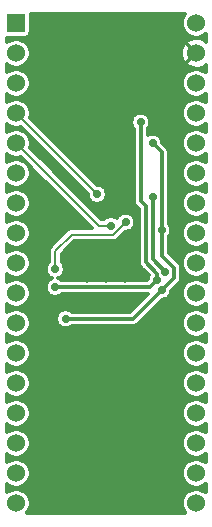
<source format=gtl>
%TF.GenerationSoftware,KiCad,Pcbnew,5.1.8*%
%TF.CreationDate,2020-11-13T01:17:43+03:00*%
%TF.ProjectId,leech,6c656563-682e-46b6-9963-61645f706362,rev?*%
%TF.SameCoordinates,Original*%
%TF.FileFunction,Copper,L1,Top*%
%TF.FilePolarity,Positive*%
%FSLAX46Y46*%
G04 Gerber Fmt 4.6, Leading zero omitted, Abs format (unit mm)*
G04 Created by KiCad (PCBNEW 5.1.8) date 2020-11-13 01:17:43*
%MOMM*%
%LPD*%
G01*
G04 APERTURE LIST*
%TA.AperFunction,ComponentPad*%
%ADD10C,0.800000*%
%TD*%
%TA.AperFunction,ComponentPad*%
%ADD11C,1.524000*%
%TD*%
%TA.AperFunction,ComponentPad*%
%ADD12R,1.524000X1.524000*%
%TD*%
%TA.AperFunction,ViaPad*%
%ADD13C,0.700000*%
%TD*%
%TA.AperFunction,Conductor*%
%ADD14C,0.300000*%
%TD*%
%TA.AperFunction,Conductor*%
%ADD15C,0.200000*%
%TD*%
%TA.AperFunction,Conductor*%
%ADD16C,0.100000*%
%TD*%
G04 APERTURE END LIST*
D10*
%TO.P,U1,EP*%
%TO.N,GND*%
X34620000Y-45390000D03*
X34620000Y-46990000D03*
X34620000Y-48590000D03*
X33020000Y-45390000D03*
X33020000Y-46990000D03*
X33020000Y-48590000D03*
X31420000Y-45390000D03*
X31420000Y-46990000D03*
X31420000Y-48590000D03*
%TD*%
D11*
%TO.P,CN1,40*%
%TO.N,Net-(CN1-Pad40)*%
X40640000Y-25400000D03*
%TO.P,CN1,39*%
%TO.N,GND*%
X40640000Y-27940000D03*
%TO.P,CN1,38*%
%TO.N,/PILL_3V3*%
X40640000Y-30480000D03*
%TO.P,CN1,37*%
%TO.N,/IO18*%
X40640000Y-33020000D03*
%TO.P,CN1,36*%
%TO.N,/CRESET*%
X40640000Y-35560000D03*
%TO.P,CN1,35*%
%TO.N,/IO25*%
X40640000Y-38100000D03*
%TO.P,CN1,34*%
%TO.N,/IO26*%
X40640000Y-40640000D03*
%TO.P,CN1,33*%
%TO.N,/IO27*%
X40640000Y-43180000D03*
%TO.P,CN1,32*%
%TO.N,/IO28*%
X40640000Y-45720000D03*
%TO.P,CN1,31*%
%TO.N,/IO34*%
X40640000Y-48260000D03*
%TO.P,CN1,30*%
%TO.N,/IO35*%
X40640000Y-50800000D03*
%TO.P,CN1,29*%
%TO.N,/IO36*%
X40640000Y-53340000D03*
%TO.P,CN1,28*%
%TO.N,/IO37*%
X40640000Y-55880000D03*
%TO.P,CN1,27*%
%TO.N,/IO38*%
X40640000Y-58420000D03*
%TO.P,CN1,26*%
%TO.N,/IO42*%
X40640000Y-60960000D03*
%TO.P,CN1,25*%
%TO.N,/IO43*%
X40640000Y-63500000D03*
%TO.P,CN1,24*%
%TO.N,Net-(CN1-Pad24)*%
X40640000Y-66040000D03*
%TO.P,CN1,17*%
%TO.N,/IO44*%
X25400000Y-66040000D03*
%TO.P,CN1,16*%
%TO.N,/IO45*%
X25400000Y-63500000D03*
%TO.P,CN1,15*%
%TO.N,/IO46*%
X25400000Y-60960000D03*
%TO.P,CN1,14*%
%TO.N,/IO47*%
X25400000Y-58420000D03*
%TO.P,CN1,13*%
%TO.N,/IO48*%
X25400000Y-55880000D03*
%TO.P,CN1,12*%
%TO.N,/IO2*%
X25400000Y-53340000D03*
%TO.P,CN1,11*%
%TO.N,/IO3*%
X25400000Y-50800000D03*
%TO.P,CN1,10*%
%TO.N,/IO6*%
X25400000Y-48260000D03*
%TO.P,CN1,9*%
%TO.N,/IO10*%
X25400000Y-45720000D03*
%TO.P,CN1,8*%
%TO.N,/IO11*%
X25400000Y-43180000D03*
%TO.P,CN1,7*%
%TO.N,/IO12*%
X25400000Y-40640000D03*
%TO.P,CN1,6*%
%TO.N,/IO13*%
X25400000Y-38100000D03*
%TO.P,CN1,5*%
%TO.N,/CLK*%
X25400000Y-35560000D03*
%TO.P,CN1,4*%
%TO.N,/ICE_SI*%
X25400000Y-33020000D03*
%TO.P,CN1,3*%
%TO.N,/ICE_SO*%
X25400000Y-30480000D03*
%TO.P,CN1,2*%
%TO.N,/ICE_SCK*%
X25400000Y-27940000D03*
D12*
%TO.P,CN1,1*%
%TO.N,/ICE_SS*%
X25400000Y-25400000D03*
%TD*%
D13*
%TO.N,GND*%
X31623000Y-32385000D03*
X33274000Y-38227000D03*
X33528000Y-29591000D03*
X33401000Y-26035000D03*
%TO.N,/ICE_1V2*%
X37338000Y-47117000D03*
X35941000Y-33782000D03*
X28702000Y-47752000D03*
%TO.N,/ICE_VCCPLL*%
X36957000Y-40132000D03*
X38036500Y-46418500D03*
%TO.N,/ICE_3V3*%
X29591000Y-50419000D03*
X37719000Y-48006000D03*
X37719000Y-42926000D03*
X36957000Y-35560000D03*
%TO.N,/CRESET*%
X34671000Y-42240200D03*
X28702000Y-46228000D03*
%TO.N,/CLK*%
X33426400Y-42545000D03*
%TO.N,/ICE_SI*%
X32258000Y-39878000D03*
%TD*%
D14*
%TO.N,/ICE_1V2*%
X37338000Y-46609000D02*
X37338000Y-47117000D01*
X36372800Y-45643800D02*
X37338000Y-46609000D01*
X36372800Y-40894000D02*
X36372800Y-45643800D01*
X35941000Y-40462200D02*
X36372800Y-40894000D01*
X35941000Y-33782000D02*
X35941000Y-40462200D01*
X36703000Y-47752000D02*
X37338000Y-47117000D01*
X28702000Y-47752000D02*
X36703000Y-47752000D01*
%TO.N,/ICE_VCCPLL*%
X36957000Y-45339000D02*
X36957000Y-40132000D01*
X38036500Y-46418500D02*
X36957000Y-45339000D01*
%TO.N,/ICE_3V3*%
X35306000Y-50419000D02*
X37719000Y-48006000D01*
X29591000Y-50419000D02*
X35306000Y-50419000D01*
X37719000Y-36322000D02*
X37719000Y-42926000D01*
X36957000Y-35560000D02*
X37719000Y-36322000D01*
X38735000Y-46990000D02*
X37719000Y-48006000D01*
X38760400Y-46964600D02*
X38735000Y-46990000D01*
X38760400Y-46126400D02*
X38760400Y-46964600D01*
X37719000Y-45085000D02*
X38760400Y-46126400D01*
X37719000Y-42926000D02*
X37719000Y-45085000D01*
D15*
%TO.N,/CRESET*%
X33604200Y-43307000D02*
X34671000Y-42240200D01*
X30099000Y-43307000D02*
X33604200Y-43307000D01*
X28702000Y-44704000D02*
X30099000Y-43307000D01*
X28702000Y-46228000D02*
X28702000Y-44704000D01*
%TO.N,/CLK*%
X27305000Y-37465000D02*
X25400000Y-35560000D01*
X33426400Y-42545000D02*
X32385000Y-42545000D01*
X32385000Y-42545000D02*
X27305000Y-37465000D01*
%TO.N,/ICE_SI*%
X32258000Y-39878000D02*
X25400000Y-33020000D01*
%TD*%
D14*
%TO.N,GND*%
X39698578Y-24627395D02*
X39565940Y-24825903D01*
X39474577Y-25046473D01*
X39428000Y-25280628D01*
X39428000Y-25519372D01*
X39474577Y-25753527D01*
X39565940Y-25974097D01*
X39698578Y-26172605D01*
X39867395Y-26341422D01*
X40065903Y-26474060D01*
X40286473Y-26565423D01*
X40520628Y-26612000D01*
X40759372Y-26612000D01*
X40993527Y-26565423D01*
X41214097Y-26474060D01*
X41412605Y-26341422D01*
X41435000Y-26319027D01*
X41435000Y-26962554D01*
X41410855Y-26870502D01*
X41187395Y-26740666D01*
X40942899Y-26656919D01*
X40686762Y-26622480D01*
X40428828Y-26638673D01*
X40179010Y-26704875D01*
X39946907Y-26818543D01*
X39869145Y-26870502D01*
X39808558Y-27101487D01*
X40640000Y-27932929D01*
X40654143Y-27918787D01*
X40661214Y-27925858D01*
X40647071Y-27940000D01*
X40661214Y-27954143D01*
X40654143Y-27961214D01*
X40640000Y-27947071D01*
X39808558Y-28778513D01*
X39869145Y-29009498D01*
X40092605Y-29139334D01*
X40337101Y-29223081D01*
X40593238Y-29257520D01*
X40851172Y-29241327D01*
X41100990Y-29175125D01*
X41333093Y-29061457D01*
X41410855Y-29009498D01*
X41435000Y-28917446D01*
X41435000Y-29560973D01*
X41412605Y-29538578D01*
X41214097Y-29405940D01*
X40993527Y-29314577D01*
X40759372Y-29268000D01*
X40520628Y-29268000D01*
X40286473Y-29314577D01*
X40065903Y-29405940D01*
X39867395Y-29538578D01*
X39698578Y-29707395D01*
X39565940Y-29905903D01*
X39474577Y-30126473D01*
X39428000Y-30360628D01*
X39428000Y-30599372D01*
X39474577Y-30833527D01*
X39565940Y-31054097D01*
X39698578Y-31252605D01*
X39867395Y-31421422D01*
X40065903Y-31554060D01*
X40286473Y-31645423D01*
X40520628Y-31692000D01*
X40759372Y-31692000D01*
X40993527Y-31645423D01*
X41214097Y-31554060D01*
X41412605Y-31421422D01*
X41435000Y-31399027D01*
X41435000Y-32100973D01*
X41412605Y-32078578D01*
X41214097Y-31945940D01*
X40993527Y-31854577D01*
X40759372Y-31808000D01*
X40520628Y-31808000D01*
X40286473Y-31854577D01*
X40065903Y-31945940D01*
X39867395Y-32078578D01*
X39698578Y-32247395D01*
X39565940Y-32445903D01*
X39474577Y-32666473D01*
X39428000Y-32900628D01*
X39428000Y-33139372D01*
X39474577Y-33373527D01*
X39565940Y-33594097D01*
X39698578Y-33792605D01*
X39867395Y-33961422D01*
X40065903Y-34094060D01*
X40286473Y-34185423D01*
X40520628Y-34232000D01*
X40759372Y-34232000D01*
X40993527Y-34185423D01*
X41214097Y-34094060D01*
X41412605Y-33961422D01*
X41435000Y-33939027D01*
X41435000Y-34640973D01*
X41412605Y-34618578D01*
X41214097Y-34485940D01*
X40993527Y-34394577D01*
X40759372Y-34348000D01*
X40520628Y-34348000D01*
X40286473Y-34394577D01*
X40065903Y-34485940D01*
X39867395Y-34618578D01*
X39698578Y-34787395D01*
X39565940Y-34985903D01*
X39474577Y-35206473D01*
X39428000Y-35440628D01*
X39428000Y-35679372D01*
X39474577Y-35913527D01*
X39565940Y-36134097D01*
X39698578Y-36332605D01*
X39867395Y-36501422D01*
X40065903Y-36634060D01*
X40286473Y-36725423D01*
X40520628Y-36772000D01*
X40759372Y-36772000D01*
X40993527Y-36725423D01*
X41214097Y-36634060D01*
X41412605Y-36501422D01*
X41435000Y-36479027D01*
X41435000Y-37180973D01*
X41412605Y-37158578D01*
X41214097Y-37025940D01*
X40993527Y-36934577D01*
X40759372Y-36888000D01*
X40520628Y-36888000D01*
X40286473Y-36934577D01*
X40065903Y-37025940D01*
X39867395Y-37158578D01*
X39698578Y-37327395D01*
X39565940Y-37525903D01*
X39474577Y-37746473D01*
X39428000Y-37980628D01*
X39428000Y-38219372D01*
X39474577Y-38453527D01*
X39565940Y-38674097D01*
X39698578Y-38872605D01*
X39867395Y-39041422D01*
X40065903Y-39174060D01*
X40286473Y-39265423D01*
X40520628Y-39312000D01*
X40759372Y-39312000D01*
X40993527Y-39265423D01*
X41214097Y-39174060D01*
X41412605Y-39041422D01*
X41435000Y-39019027D01*
X41435000Y-39720973D01*
X41412605Y-39698578D01*
X41214097Y-39565940D01*
X40993527Y-39474577D01*
X40759372Y-39428000D01*
X40520628Y-39428000D01*
X40286473Y-39474577D01*
X40065903Y-39565940D01*
X39867395Y-39698578D01*
X39698578Y-39867395D01*
X39565940Y-40065903D01*
X39474577Y-40286473D01*
X39428000Y-40520628D01*
X39428000Y-40759372D01*
X39474577Y-40993527D01*
X39565940Y-41214097D01*
X39698578Y-41412605D01*
X39867395Y-41581422D01*
X40065903Y-41714060D01*
X40286473Y-41805423D01*
X40520628Y-41852000D01*
X40759372Y-41852000D01*
X40993527Y-41805423D01*
X41214097Y-41714060D01*
X41412605Y-41581422D01*
X41435000Y-41559027D01*
X41435000Y-42260973D01*
X41412605Y-42238578D01*
X41214097Y-42105940D01*
X40993527Y-42014577D01*
X40759372Y-41968000D01*
X40520628Y-41968000D01*
X40286473Y-42014577D01*
X40065903Y-42105940D01*
X39867395Y-42238578D01*
X39698578Y-42407395D01*
X39565940Y-42605903D01*
X39474577Y-42826473D01*
X39428000Y-43060628D01*
X39428000Y-43299372D01*
X39474577Y-43533527D01*
X39565940Y-43754097D01*
X39698578Y-43952605D01*
X39867395Y-44121422D01*
X40065903Y-44254060D01*
X40286473Y-44345423D01*
X40520628Y-44392000D01*
X40759372Y-44392000D01*
X40993527Y-44345423D01*
X41214097Y-44254060D01*
X41412605Y-44121422D01*
X41435000Y-44099027D01*
X41435000Y-44800973D01*
X41412605Y-44778578D01*
X41214097Y-44645940D01*
X40993527Y-44554577D01*
X40759372Y-44508000D01*
X40520628Y-44508000D01*
X40286473Y-44554577D01*
X40065903Y-44645940D01*
X39867395Y-44778578D01*
X39698578Y-44947395D01*
X39565940Y-45145903D01*
X39474577Y-45366473D01*
X39428000Y-45600628D01*
X39428000Y-45839372D01*
X39474577Y-46073527D01*
X39565940Y-46294097D01*
X39698578Y-46492605D01*
X39867395Y-46661422D01*
X40065903Y-46794060D01*
X40286473Y-46885423D01*
X40520628Y-46932000D01*
X40759372Y-46932000D01*
X40993527Y-46885423D01*
X41214097Y-46794060D01*
X41412605Y-46661422D01*
X41435001Y-46639026D01*
X41435001Y-47340974D01*
X41412605Y-47318578D01*
X41214097Y-47185940D01*
X40993527Y-47094577D01*
X40759372Y-47048000D01*
X40520628Y-47048000D01*
X40286473Y-47094577D01*
X40065903Y-47185940D01*
X39867395Y-47318578D01*
X39698578Y-47487395D01*
X39565940Y-47685903D01*
X39474577Y-47906473D01*
X39428000Y-48140628D01*
X39428000Y-48379372D01*
X39474577Y-48613527D01*
X39565940Y-48834097D01*
X39698578Y-49032605D01*
X39867395Y-49201422D01*
X40065903Y-49334060D01*
X40286473Y-49425423D01*
X40520628Y-49472000D01*
X40759372Y-49472000D01*
X40993527Y-49425423D01*
X41214097Y-49334060D01*
X41412605Y-49201422D01*
X41435001Y-49179026D01*
X41435001Y-49880974D01*
X41412605Y-49858578D01*
X41214097Y-49725940D01*
X40993527Y-49634577D01*
X40759372Y-49588000D01*
X40520628Y-49588000D01*
X40286473Y-49634577D01*
X40065903Y-49725940D01*
X39867395Y-49858578D01*
X39698578Y-50027395D01*
X39565940Y-50225903D01*
X39474577Y-50446473D01*
X39428000Y-50680628D01*
X39428000Y-50919372D01*
X39474577Y-51153527D01*
X39565940Y-51374097D01*
X39698578Y-51572605D01*
X39867395Y-51741422D01*
X40065903Y-51874060D01*
X40286473Y-51965423D01*
X40520628Y-52012000D01*
X40759372Y-52012000D01*
X40993527Y-51965423D01*
X41214097Y-51874060D01*
X41412605Y-51741422D01*
X41435001Y-51719026D01*
X41435001Y-52420974D01*
X41412605Y-52398578D01*
X41214097Y-52265940D01*
X40993527Y-52174577D01*
X40759372Y-52128000D01*
X40520628Y-52128000D01*
X40286473Y-52174577D01*
X40065903Y-52265940D01*
X39867395Y-52398578D01*
X39698578Y-52567395D01*
X39565940Y-52765903D01*
X39474577Y-52986473D01*
X39428000Y-53220628D01*
X39428000Y-53459372D01*
X39474577Y-53693527D01*
X39565940Y-53914097D01*
X39698578Y-54112605D01*
X39867395Y-54281422D01*
X40065903Y-54414060D01*
X40286473Y-54505423D01*
X40520628Y-54552000D01*
X40759372Y-54552000D01*
X40993527Y-54505423D01*
X41214097Y-54414060D01*
X41412605Y-54281422D01*
X41435001Y-54259026D01*
X41435001Y-54960974D01*
X41412605Y-54938578D01*
X41214097Y-54805940D01*
X40993527Y-54714577D01*
X40759372Y-54668000D01*
X40520628Y-54668000D01*
X40286473Y-54714577D01*
X40065903Y-54805940D01*
X39867395Y-54938578D01*
X39698578Y-55107395D01*
X39565940Y-55305903D01*
X39474577Y-55526473D01*
X39428000Y-55760628D01*
X39428000Y-55999372D01*
X39474577Y-56233527D01*
X39565940Y-56454097D01*
X39698578Y-56652605D01*
X39867395Y-56821422D01*
X40065903Y-56954060D01*
X40286473Y-57045423D01*
X40520628Y-57092000D01*
X40759372Y-57092000D01*
X40993527Y-57045423D01*
X41214097Y-56954060D01*
X41412605Y-56821422D01*
X41435001Y-56799026D01*
X41435001Y-57500974D01*
X41412605Y-57478578D01*
X41214097Y-57345940D01*
X40993527Y-57254577D01*
X40759372Y-57208000D01*
X40520628Y-57208000D01*
X40286473Y-57254577D01*
X40065903Y-57345940D01*
X39867395Y-57478578D01*
X39698578Y-57647395D01*
X39565940Y-57845903D01*
X39474577Y-58066473D01*
X39428000Y-58300628D01*
X39428000Y-58539372D01*
X39474577Y-58773527D01*
X39565940Y-58994097D01*
X39698578Y-59192605D01*
X39867395Y-59361422D01*
X40065903Y-59494060D01*
X40286473Y-59585423D01*
X40520628Y-59632000D01*
X40759372Y-59632000D01*
X40993527Y-59585423D01*
X41214097Y-59494060D01*
X41412605Y-59361422D01*
X41435001Y-59339026D01*
X41435001Y-60040974D01*
X41412605Y-60018578D01*
X41214097Y-59885940D01*
X40993527Y-59794577D01*
X40759372Y-59748000D01*
X40520628Y-59748000D01*
X40286473Y-59794577D01*
X40065903Y-59885940D01*
X39867395Y-60018578D01*
X39698578Y-60187395D01*
X39565940Y-60385903D01*
X39474577Y-60606473D01*
X39428000Y-60840628D01*
X39428000Y-61079372D01*
X39474577Y-61313527D01*
X39565940Y-61534097D01*
X39698578Y-61732605D01*
X39867395Y-61901422D01*
X40065903Y-62034060D01*
X40286473Y-62125423D01*
X40520628Y-62172000D01*
X40759372Y-62172000D01*
X40993527Y-62125423D01*
X41214097Y-62034060D01*
X41412605Y-61901422D01*
X41435001Y-61879026D01*
X41435001Y-62580974D01*
X41412605Y-62558578D01*
X41214097Y-62425940D01*
X40993527Y-62334577D01*
X40759372Y-62288000D01*
X40520628Y-62288000D01*
X40286473Y-62334577D01*
X40065903Y-62425940D01*
X39867395Y-62558578D01*
X39698578Y-62727395D01*
X39565940Y-62925903D01*
X39474577Y-63146473D01*
X39428000Y-63380628D01*
X39428000Y-63619372D01*
X39474577Y-63853527D01*
X39565940Y-64074097D01*
X39698578Y-64272605D01*
X39867395Y-64441422D01*
X40065903Y-64574060D01*
X40286473Y-64665423D01*
X40520628Y-64712000D01*
X40759372Y-64712000D01*
X40993527Y-64665423D01*
X41214097Y-64574060D01*
X41412605Y-64441422D01*
X41435001Y-64419026D01*
X41435001Y-65120974D01*
X41412605Y-65098578D01*
X41214097Y-64965940D01*
X40993527Y-64874577D01*
X40759372Y-64828000D01*
X40520628Y-64828000D01*
X40286473Y-64874577D01*
X40065903Y-64965940D01*
X39867395Y-65098578D01*
X39698578Y-65267395D01*
X39565940Y-65465903D01*
X39474577Y-65686473D01*
X39428000Y-65920628D01*
X39428000Y-66159372D01*
X39474577Y-66393527D01*
X39565940Y-66614097D01*
X39698578Y-66812605D01*
X39720973Y-66835000D01*
X26319027Y-66835000D01*
X26341422Y-66812605D01*
X26474060Y-66614097D01*
X26565423Y-66393527D01*
X26612000Y-66159372D01*
X26612000Y-65920628D01*
X26565423Y-65686473D01*
X26474060Y-65465903D01*
X26341422Y-65267395D01*
X26172605Y-65098578D01*
X25974097Y-64965940D01*
X25753527Y-64874577D01*
X25519372Y-64828000D01*
X25280628Y-64828000D01*
X25046473Y-64874577D01*
X24825903Y-64965940D01*
X24627395Y-65098578D01*
X24605000Y-65120973D01*
X24605000Y-64419027D01*
X24627395Y-64441422D01*
X24825903Y-64574060D01*
X25046473Y-64665423D01*
X25280628Y-64712000D01*
X25519372Y-64712000D01*
X25753527Y-64665423D01*
X25974097Y-64574060D01*
X26172605Y-64441422D01*
X26341422Y-64272605D01*
X26474060Y-64074097D01*
X26565423Y-63853527D01*
X26612000Y-63619372D01*
X26612000Y-63380628D01*
X26565423Y-63146473D01*
X26474060Y-62925903D01*
X26341422Y-62727395D01*
X26172605Y-62558578D01*
X25974097Y-62425940D01*
X25753527Y-62334577D01*
X25519372Y-62288000D01*
X25280628Y-62288000D01*
X25046473Y-62334577D01*
X24825903Y-62425940D01*
X24627395Y-62558578D01*
X24605000Y-62580973D01*
X24605000Y-61879027D01*
X24627395Y-61901422D01*
X24825903Y-62034060D01*
X25046473Y-62125423D01*
X25280628Y-62172000D01*
X25519372Y-62172000D01*
X25753527Y-62125423D01*
X25974097Y-62034060D01*
X26172605Y-61901422D01*
X26341422Y-61732605D01*
X26474060Y-61534097D01*
X26565423Y-61313527D01*
X26612000Y-61079372D01*
X26612000Y-60840628D01*
X26565423Y-60606473D01*
X26474060Y-60385903D01*
X26341422Y-60187395D01*
X26172605Y-60018578D01*
X25974097Y-59885940D01*
X25753527Y-59794577D01*
X25519372Y-59748000D01*
X25280628Y-59748000D01*
X25046473Y-59794577D01*
X24825903Y-59885940D01*
X24627395Y-60018578D01*
X24605000Y-60040973D01*
X24605000Y-59339027D01*
X24627395Y-59361422D01*
X24825903Y-59494060D01*
X25046473Y-59585423D01*
X25280628Y-59632000D01*
X25519372Y-59632000D01*
X25753527Y-59585423D01*
X25974097Y-59494060D01*
X26172605Y-59361422D01*
X26341422Y-59192605D01*
X26474060Y-58994097D01*
X26565423Y-58773527D01*
X26612000Y-58539372D01*
X26612000Y-58300628D01*
X26565423Y-58066473D01*
X26474060Y-57845903D01*
X26341422Y-57647395D01*
X26172605Y-57478578D01*
X25974097Y-57345940D01*
X25753527Y-57254577D01*
X25519372Y-57208000D01*
X25280628Y-57208000D01*
X25046473Y-57254577D01*
X24825903Y-57345940D01*
X24627395Y-57478578D01*
X24605000Y-57500973D01*
X24605000Y-56799027D01*
X24627395Y-56821422D01*
X24825903Y-56954060D01*
X25046473Y-57045423D01*
X25280628Y-57092000D01*
X25519372Y-57092000D01*
X25753527Y-57045423D01*
X25974097Y-56954060D01*
X26172605Y-56821422D01*
X26341422Y-56652605D01*
X26474060Y-56454097D01*
X26565423Y-56233527D01*
X26612000Y-55999372D01*
X26612000Y-55760628D01*
X26565423Y-55526473D01*
X26474060Y-55305903D01*
X26341422Y-55107395D01*
X26172605Y-54938578D01*
X25974097Y-54805940D01*
X25753527Y-54714577D01*
X25519372Y-54668000D01*
X25280628Y-54668000D01*
X25046473Y-54714577D01*
X24825903Y-54805940D01*
X24627395Y-54938578D01*
X24605000Y-54960973D01*
X24605000Y-54259027D01*
X24627395Y-54281422D01*
X24825903Y-54414060D01*
X25046473Y-54505423D01*
X25280628Y-54552000D01*
X25519372Y-54552000D01*
X25753527Y-54505423D01*
X25974097Y-54414060D01*
X26172605Y-54281422D01*
X26341422Y-54112605D01*
X26474060Y-53914097D01*
X26565423Y-53693527D01*
X26612000Y-53459372D01*
X26612000Y-53220628D01*
X26565423Y-52986473D01*
X26474060Y-52765903D01*
X26341422Y-52567395D01*
X26172605Y-52398578D01*
X25974097Y-52265940D01*
X25753527Y-52174577D01*
X25519372Y-52128000D01*
X25280628Y-52128000D01*
X25046473Y-52174577D01*
X24825903Y-52265940D01*
X24627395Y-52398578D01*
X24605000Y-52420973D01*
X24605000Y-51719027D01*
X24627395Y-51741422D01*
X24825903Y-51874060D01*
X25046473Y-51965423D01*
X25280628Y-52012000D01*
X25519372Y-52012000D01*
X25753527Y-51965423D01*
X25974097Y-51874060D01*
X26172605Y-51741422D01*
X26341422Y-51572605D01*
X26474060Y-51374097D01*
X26565423Y-51153527D01*
X26612000Y-50919372D01*
X26612000Y-50680628D01*
X26565423Y-50446473D01*
X26474060Y-50225903D01*
X26341422Y-50027395D01*
X26172605Y-49858578D01*
X25974097Y-49725940D01*
X25753527Y-49634577D01*
X25519372Y-49588000D01*
X25280628Y-49588000D01*
X25046473Y-49634577D01*
X24825903Y-49725940D01*
X24627395Y-49858578D01*
X24605000Y-49880973D01*
X24605000Y-49179027D01*
X24627395Y-49201422D01*
X24825903Y-49334060D01*
X25046473Y-49425423D01*
X25280628Y-49472000D01*
X25519372Y-49472000D01*
X25753527Y-49425423D01*
X25974097Y-49334060D01*
X26172605Y-49201422D01*
X26341422Y-49032605D01*
X26474060Y-48834097D01*
X26565423Y-48613527D01*
X26612000Y-48379372D01*
X26612000Y-48140628D01*
X26565423Y-47906473D01*
X26474060Y-47685903D01*
X26341422Y-47487395D01*
X26172605Y-47318578D01*
X25974097Y-47185940D01*
X25753527Y-47094577D01*
X25519372Y-47048000D01*
X25280628Y-47048000D01*
X25046473Y-47094577D01*
X24825903Y-47185940D01*
X24627395Y-47318578D01*
X24605000Y-47340973D01*
X24605000Y-46639027D01*
X24627395Y-46661422D01*
X24825903Y-46794060D01*
X25046473Y-46885423D01*
X25280628Y-46932000D01*
X25519372Y-46932000D01*
X25753527Y-46885423D01*
X25974097Y-46794060D01*
X26172605Y-46661422D01*
X26341422Y-46492605D01*
X26474060Y-46294097D01*
X26565423Y-46073527D01*
X26612000Y-45839372D01*
X26612000Y-45600628D01*
X26565423Y-45366473D01*
X26474060Y-45145903D01*
X26341422Y-44947395D01*
X26172605Y-44778578D01*
X25974097Y-44645940D01*
X25753527Y-44554577D01*
X25519372Y-44508000D01*
X25280628Y-44508000D01*
X25046473Y-44554577D01*
X24825903Y-44645940D01*
X24627395Y-44778578D01*
X24605000Y-44800973D01*
X24605000Y-44099027D01*
X24627395Y-44121422D01*
X24825903Y-44254060D01*
X25046473Y-44345423D01*
X25280628Y-44392000D01*
X25519372Y-44392000D01*
X25753527Y-44345423D01*
X25974097Y-44254060D01*
X26172605Y-44121422D01*
X26341422Y-43952605D01*
X26474060Y-43754097D01*
X26565423Y-43533527D01*
X26612000Y-43299372D01*
X26612000Y-43060628D01*
X26565423Y-42826473D01*
X26474060Y-42605903D01*
X26341422Y-42407395D01*
X26172605Y-42238578D01*
X25974097Y-42105940D01*
X25753527Y-42014577D01*
X25519372Y-41968000D01*
X25280628Y-41968000D01*
X25046473Y-42014577D01*
X24825903Y-42105940D01*
X24627395Y-42238578D01*
X24605000Y-42260973D01*
X24605000Y-41559027D01*
X24627395Y-41581422D01*
X24825903Y-41714060D01*
X25046473Y-41805423D01*
X25280628Y-41852000D01*
X25519372Y-41852000D01*
X25753527Y-41805423D01*
X25974097Y-41714060D01*
X26172605Y-41581422D01*
X26341422Y-41412605D01*
X26474060Y-41214097D01*
X26565423Y-40993527D01*
X26612000Y-40759372D01*
X26612000Y-40520628D01*
X26565423Y-40286473D01*
X26474060Y-40065903D01*
X26341422Y-39867395D01*
X26172605Y-39698578D01*
X25974097Y-39565940D01*
X25753527Y-39474577D01*
X25519372Y-39428000D01*
X25280628Y-39428000D01*
X25046473Y-39474577D01*
X24825903Y-39565940D01*
X24627395Y-39698578D01*
X24605000Y-39720973D01*
X24605000Y-39019027D01*
X24627395Y-39041422D01*
X24825903Y-39174060D01*
X25046473Y-39265423D01*
X25280628Y-39312000D01*
X25519372Y-39312000D01*
X25753527Y-39265423D01*
X25974097Y-39174060D01*
X26172605Y-39041422D01*
X26341422Y-38872605D01*
X26474060Y-38674097D01*
X26565423Y-38453527D01*
X26612000Y-38219372D01*
X26612000Y-37980628D01*
X26565423Y-37746473D01*
X26474060Y-37525903D01*
X26341422Y-37327395D01*
X26172605Y-37158578D01*
X25974097Y-37025940D01*
X25753527Y-36934577D01*
X25519372Y-36888000D01*
X25280628Y-36888000D01*
X25046473Y-36934577D01*
X24825903Y-37025940D01*
X24627395Y-37158578D01*
X24605000Y-37180973D01*
X24605000Y-36479027D01*
X24627395Y-36501422D01*
X24825903Y-36634060D01*
X25046473Y-36725423D01*
X25280628Y-36772000D01*
X25519372Y-36772000D01*
X25753527Y-36725423D01*
X25777624Y-36715442D01*
X26935195Y-37873013D01*
X26935201Y-37873018D01*
X31819182Y-42757000D01*
X30126007Y-42757000D01*
X30098999Y-42754340D01*
X30071991Y-42757000D01*
X30071982Y-42757000D01*
X29991181Y-42764958D01*
X29887506Y-42796408D01*
X29791958Y-42847479D01*
X29791956Y-42847480D01*
X29791957Y-42847480D01*
X29729195Y-42898987D01*
X29729190Y-42898992D01*
X29708210Y-42916210D01*
X29690992Y-42937190D01*
X28332191Y-44295992D01*
X28311211Y-44313210D01*
X28293993Y-44334190D01*
X28293987Y-44334196D01*
X28242479Y-44396958D01*
X28191409Y-44492506D01*
X28159959Y-44596182D01*
X28149340Y-44704000D01*
X28152001Y-44731018D01*
X28152000Y-45646629D01*
X28080599Y-45718030D01*
X27993049Y-45849058D01*
X27932743Y-45994649D01*
X27902000Y-46149207D01*
X27902000Y-46306793D01*
X27932743Y-46461351D01*
X27993049Y-46606942D01*
X28080599Y-46737970D01*
X28192030Y-46849401D01*
X28323058Y-46936951D01*
X28451129Y-46990000D01*
X28323058Y-47043049D01*
X28192030Y-47130599D01*
X28080599Y-47242030D01*
X27993049Y-47373058D01*
X27932743Y-47518649D01*
X27902000Y-47673207D01*
X27902000Y-47830793D01*
X27932743Y-47985351D01*
X27993049Y-48130942D01*
X28080599Y-48261970D01*
X28192030Y-48373401D01*
X28323058Y-48460951D01*
X28468649Y-48521257D01*
X28623207Y-48552000D01*
X28780793Y-48552000D01*
X28935351Y-48521257D01*
X29080942Y-48460951D01*
X29211970Y-48373401D01*
X29233371Y-48352000D01*
X36524472Y-48352000D01*
X35057473Y-49819000D01*
X30122371Y-49819000D01*
X30100970Y-49797599D01*
X29969942Y-49710049D01*
X29824351Y-49649743D01*
X29669793Y-49619000D01*
X29512207Y-49619000D01*
X29357649Y-49649743D01*
X29212058Y-49710049D01*
X29081030Y-49797599D01*
X28969599Y-49909030D01*
X28882049Y-50040058D01*
X28821743Y-50185649D01*
X28791000Y-50340207D01*
X28791000Y-50497793D01*
X28821743Y-50652351D01*
X28882049Y-50797942D01*
X28969599Y-50928970D01*
X29081030Y-51040401D01*
X29212058Y-51127951D01*
X29357649Y-51188257D01*
X29512207Y-51219000D01*
X29669793Y-51219000D01*
X29824351Y-51188257D01*
X29969942Y-51127951D01*
X30100970Y-51040401D01*
X30122371Y-51019000D01*
X35276526Y-51019000D01*
X35306000Y-51021903D01*
X35335474Y-51019000D01*
X35423621Y-51010318D01*
X35536721Y-50976010D01*
X35640955Y-50920296D01*
X35732317Y-50845317D01*
X35751113Y-50822414D01*
X37767529Y-48806000D01*
X37797793Y-48806000D01*
X37952351Y-48775257D01*
X38097942Y-48714951D01*
X38228970Y-48627401D01*
X38340401Y-48515970D01*
X38427951Y-48384942D01*
X38488257Y-48239351D01*
X38519000Y-48084793D01*
X38519000Y-48054527D01*
X39163819Y-47409709D01*
X39186717Y-47390917D01*
X39261696Y-47299555D01*
X39317410Y-47195321D01*
X39351718Y-47082221D01*
X39358849Y-47009819D01*
X39363303Y-46964601D01*
X39360400Y-46935127D01*
X39360400Y-46155873D01*
X39363303Y-46126399D01*
X39351718Y-46008779D01*
X39342610Y-45978754D01*
X39317410Y-45895679D01*
X39261696Y-45791445D01*
X39186717Y-45700083D01*
X39163820Y-45681292D01*
X38319000Y-44836473D01*
X38319000Y-43457371D01*
X38340401Y-43435970D01*
X38427951Y-43304942D01*
X38488257Y-43159351D01*
X38519000Y-43004793D01*
X38519000Y-42847207D01*
X38488257Y-42692649D01*
X38427951Y-42547058D01*
X38340401Y-42416030D01*
X38319000Y-42394629D01*
X38319000Y-36351474D01*
X38321903Y-36322000D01*
X38310318Y-36204379D01*
X38276010Y-36091279D01*
X38264620Y-36069970D01*
X38220296Y-35987045D01*
X38145317Y-35895683D01*
X38122420Y-35876892D01*
X37757000Y-35511473D01*
X37757000Y-35481207D01*
X37726257Y-35326649D01*
X37665951Y-35181058D01*
X37578401Y-35050030D01*
X37466970Y-34938599D01*
X37335942Y-34851049D01*
X37190351Y-34790743D01*
X37035793Y-34760000D01*
X36878207Y-34760000D01*
X36723649Y-34790743D01*
X36578058Y-34851049D01*
X36541000Y-34875810D01*
X36541000Y-34313371D01*
X36562401Y-34291970D01*
X36649951Y-34160942D01*
X36710257Y-34015351D01*
X36741000Y-33860793D01*
X36741000Y-33703207D01*
X36710257Y-33548649D01*
X36649951Y-33403058D01*
X36562401Y-33272030D01*
X36450970Y-33160599D01*
X36319942Y-33073049D01*
X36174351Y-33012743D01*
X36019793Y-32982000D01*
X35862207Y-32982000D01*
X35707649Y-33012743D01*
X35562058Y-33073049D01*
X35431030Y-33160599D01*
X35319599Y-33272030D01*
X35232049Y-33403058D01*
X35171743Y-33548649D01*
X35141000Y-33703207D01*
X35141000Y-33860793D01*
X35171743Y-34015351D01*
X35232049Y-34160942D01*
X35319599Y-34291970D01*
X35341000Y-34313371D01*
X35341001Y-40432716D01*
X35338097Y-40462200D01*
X35349682Y-40579820D01*
X35379465Y-40678000D01*
X35383991Y-40692921D01*
X35439705Y-40797155D01*
X35514684Y-40888517D01*
X35537581Y-40907308D01*
X35772800Y-41142528D01*
X35772801Y-45614316D01*
X35769897Y-45643800D01*
X35781482Y-45761420D01*
X35805129Y-45839372D01*
X35815791Y-45874521D01*
X35871505Y-45978755D01*
X35946484Y-46070117D01*
X35969381Y-46088908D01*
X36625968Y-46745496D01*
X36568743Y-46883649D01*
X36538000Y-47038207D01*
X36538000Y-47068473D01*
X36454473Y-47152000D01*
X29233371Y-47152000D01*
X29211970Y-47130599D01*
X29080942Y-47043049D01*
X28952871Y-46990000D01*
X29080942Y-46936951D01*
X29211970Y-46849401D01*
X29323401Y-46737970D01*
X29410951Y-46606942D01*
X29471257Y-46461351D01*
X29502000Y-46306793D01*
X29502000Y-46149207D01*
X29471257Y-45994649D01*
X29410951Y-45849058D01*
X29323401Y-45718030D01*
X29252000Y-45646629D01*
X29252000Y-44931817D01*
X30326818Y-43857000D01*
X33577192Y-43857000D01*
X33604200Y-43859660D01*
X33631208Y-43857000D01*
X33631218Y-43857000D01*
X33712019Y-43849042D01*
X33815694Y-43817592D01*
X33911242Y-43766521D01*
X33994990Y-43697790D01*
X34012213Y-43676804D01*
X34648818Y-43040200D01*
X34749793Y-43040200D01*
X34904351Y-43009457D01*
X35049942Y-42949151D01*
X35180970Y-42861601D01*
X35292401Y-42750170D01*
X35379951Y-42619142D01*
X35440257Y-42473551D01*
X35471000Y-42318993D01*
X35471000Y-42161407D01*
X35440257Y-42006849D01*
X35379951Y-41861258D01*
X35292401Y-41730230D01*
X35180970Y-41618799D01*
X35049942Y-41531249D01*
X34904351Y-41470943D01*
X34749793Y-41440200D01*
X34592207Y-41440200D01*
X34437649Y-41470943D01*
X34292058Y-41531249D01*
X34161030Y-41618799D01*
X34049599Y-41730230D01*
X33962049Y-41861258D01*
X33936258Y-41923524D01*
X33805342Y-41836049D01*
X33659751Y-41775743D01*
X33505193Y-41745000D01*
X33347607Y-41745000D01*
X33193049Y-41775743D01*
X33047458Y-41836049D01*
X32916430Y-41923599D01*
X32845029Y-41995000D01*
X32612818Y-41995000D01*
X27713018Y-37095201D01*
X27713013Y-37095195D01*
X26555442Y-35937624D01*
X26565423Y-35913527D01*
X26612000Y-35679372D01*
X26612000Y-35440628D01*
X26565423Y-35206473D01*
X26474060Y-34985903D01*
X26341422Y-34787395D01*
X26172605Y-34618578D01*
X25974097Y-34485940D01*
X25753527Y-34394577D01*
X25519372Y-34348000D01*
X25280628Y-34348000D01*
X25046473Y-34394577D01*
X24825903Y-34485940D01*
X24627395Y-34618578D01*
X24605000Y-34640973D01*
X24605000Y-33939027D01*
X24627395Y-33961422D01*
X24825903Y-34094060D01*
X25046473Y-34185423D01*
X25280628Y-34232000D01*
X25519372Y-34232000D01*
X25753527Y-34185423D01*
X25777624Y-34175441D01*
X31458000Y-39855817D01*
X31458000Y-39956793D01*
X31488743Y-40111351D01*
X31549049Y-40256942D01*
X31636599Y-40387970D01*
X31748030Y-40499401D01*
X31879058Y-40586951D01*
X32024649Y-40647257D01*
X32179207Y-40678000D01*
X32336793Y-40678000D01*
X32491351Y-40647257D01*
X32636942Y-40586951D01*
X32767970Y-40499401D01*
X32879401Y-40387970D01*
X32966951Y-40256942D01*
X33027257Y-40111351D01*
X33058000Y-39956793D01*
X33058000Y-39799207D01*
X33027257Y-39644649D01*
X32966951Y-39499058D01*
X32879401Y-39368030D01*
X32767970Y-39256599D01*
X32636942Y-39169049D01*
X32491351Y-39108743D01*
X32336793Y-39078000D01*
X32235817Y-39078000D01*
X26555441Y-33397624D01*
X26565423Y-33373527D01*
X26612000Y-33139372D01*
X26612000Y-32900628D01*
X26565423Y-32666473D01*
X26474060Y-32445903D01*
X26341422Y-32247395D01*
X26172605Y-32078578D01*
X25974097Y-31945940D01*
X25753527Y-31854577D01*
X25519372Y-31808000D01*
X25280628Y-31808000D01*
X25046473Y-31854577D01*
X24825903Y-31945940D01*
X24627395Y-32078578D01*
X24605000Y-32100973D01*
X24605000Y-31399027D01*
X24627395Y-31421422D01*
X24825903Y-31554060D01*
X25046473Y-31645423D01*
X25280628Y-31692000D01*
X25519372Y-31692000D01*
X25753527Y-31645423D01*
X25974097Y-31554060D01*
X26172605Y-31421422D01*
X26341422Y-31252605D01*
X26474060Y-31054097D01*
X26565423Y-30833527D01*
X26612000Y-30599372D01*
X26612000Y-30360628D01*
X26565423Y-30126473D01*
X26474060Y-29905903D01*
X26341422Y-29707395D01*
X26172605Y-29538578D01*
X25974097Y-29405940D01*
X25753527Y-29314577D01*
X25519372Y-29268000D01*
X25280628Y-29268000D01*
X25046473Y-29314577D01*
X24825903Y-29405940D01*
X24627395Y-29538578D01*
X24605000Y-29560973D01*
X24605000Y-28859027D01*
X24627395Y-28881422D01*
X24825903Y-29014060D01*
X25046473Y-29105423D01*
X25280628Y-29152000D01*
X25519372Y-29152000D01*
X25753527Y-29105423D01*
X25974097Y-29014060D01*
X26172605Y-28881422D01*
X26341422Y-28712605D01*
X26474060Y-28514097D01*
X26565423Y-28293527D01*
X26612000Y-28059372D01*
X26612000Y-27893238D01*
X39322480Y-27893238D01*
X39338673Y-28151172D01*
X39404875Y-28400990D01*
X39518543Y-28633093D01*
X39570502Y-28710855D01*
X39801487Y-28771442D01*
X40632929Y-27940000D01*
X39801487Y-27108558D01*
X39570502Y-27169145D01*
X39440666Y-27392605D01*
X39356919Y-27637101D01*
X39322480Y-27893238D01*
X26612000Y-27893238D01*
X26612000Y-27820628D01*
X26565423Y-27586473D01*
X26474060Y-27365903D01*
X26341422Y-27167395D01*
X26172605Y-26998578D01*
X25974097Y-26865940D01*
X25753527Y-26774577D01*
X25519372Y-26728000D01*
X25280628Y-26728000D01*
X25046473Y-26774577D01*
X24825903Y-26865940D01*
X24627395Y-26998578D01*
X24605000Y-27020973D01*
X24605000Y-26610927D01*
X24638000Y-26614177D01*
X26162000Y-26614177D01*
X26250215Y-26605489D01*
X26335041Y-26579757D01*
X26413216Y-26537971D01*
X26481737Y-26481737D01*
X26537971Y-26413216D01*
X26579757Y-26335041D01*
X26605489Y-26250215D01*
X26614177Y-26162000D01*
X26614177Y-24638000D01*
X26610927Y-24605000D01*
X39720973Y-24605000D01*
X39698578Y-24627395D01*
%TA.AperFunction,Conductor*%
D16*
G36*
X39698578Y-24627395D02*
G01*
X39565940Y-24825903D01*
X39474577Y-25046473D01*
X39428000Y-25280628D01*
X39428000Y-25519372D01*
X39474577Y-25753527D01*
X39565940Y-25974097D01*
X39698578Y-26172605D01*
X39867395Y-26341422D01*
X40065903Y-26474060D01*
X40286473Y-26565423D01*
X40520628Y-26612000D01*
X40759372Y-26612000D01*
X40993527Y-26565423D01*
X41214097Y-26474060D01*
X41412605Y-26341422D01*
X41435000Y-26319027D01*
X41435000Y-26962554D01*
X41410855Y-26870502D01*
X41187395Y-26740666D01*
X40942899Y-26656919D01*
X40686762Y-26622480D01*
X40428828Y-26638673D01*
X40179010Y-26704875D01*
X39946907Y-26818543D01*
X39869145Y-26870502D01*
X39808558Y-27101487D01*
X40640000Y-27932929D01*
X40654143Y-27918787D01*
X40661214Y-27925858D01*
X40647071Y-27940000D01*
X40661214Y-27954143D01*
X40654143Y-27961214D01*
X40640000Y-27947071D01*
X39808558Y-28778513D01*
X39869145Y-29009498D01*
X40092605Y-29139334D01*
X40337101Y-29223081D01*
X40593238Y-29257520D01*
X40851172Y-29241327D01*
X41100990Y-29175125D01*
X41333093Y-29061457D01*
X41410855Y-29009498D01*
X41435000Y-28917446D01*
X41435000Y-29560973D01*
X41412605Y-29538578D01*
X41214097Y-29405940D01*
X40993527Y-29314577D01*
X40759372Y-29268000D01*
X40520628Y-29268000D01*
X40286473Y-29314577D01*
X40065903Y-29405940D01*
X39867395Y-29538578D01*
X39698578Y-29707395D01*
X39565940Y-29905903D01*
X39474577Y-30126473D01*
X39428000Y-30360628D01*
X39428000Y-30599372D01*
X39474577Y-30833527D01*
X39565940Y-31054097D01*
X39698578Y-31252605D01*
X39867395Y-31421422D01*
X40065903Y-31554060D01*
X40286473Y-31645423D01*
X40520628Y-31692000D01*
X40759372Y-31692000D01*
X40993527Y-31645423D01*
X41214097Y-31554060D01*
X41412605Y-31421422D01*
X41435000Y-31399027D01*
X41435000Y-32100973D01*
X41412605Y-32078578D01*
X41214097Y-31945940D01*
X40993527Y-31854577D01*
X40759372Y-31808000D01*
X40520628Y-31808000D01*
X40286473Y-31854577D01*
X40065903Y-31945940D01*
X39867395Y-32078578D01*
X39698578Y-32247395D01*
X39565940Y-32445903D01*
X39474577Y-32666473D01*
X39428000Y-32900628D01*
X39428000Y-33139372D01*
X39474577Y-33373527D01*
X39565940Y-33594097D01*
X39698578Y-33792605D01*
X39867395Y-33961422D01*
X40065903Y-34094060D01*
X40286473Y-34185423D01*
X40520628Y-34232000D01*
X40759372Y-34232000D01*
X40993527Y-34185423D01*
X41214097Y-34094060D01*
X41412605Y-33961422D01*
X41435000Y-33939027D01*
X41435000Y-34640973D01*
X41412605Y-34618578D01*
X41214097Y-34485940D01*
X40993527Y-34394577D01*
X40759372Y-34348000D01*
X40520628Y-34348000D01*
X40286473Y-34394577D01*
X40065903Y-34485940D01*
X39867395Y-34618578D01*
X39698578Y-34787395D01*
X39565940Y-34985903D01*
X39474577Y-35206473D01*
X39428000Y-35440628D01*
X39428000Y-35679372D01*
X39474577Y-35913527D01*
X39565940Y-36134097D01*
X39698578Y-36332605D01*
X39867395Y-36501422D01*
X40065903Y-36634060D01*
X40286473Y-36725423D01*
X40520628Y-36772000D01*
X40759372Y-36772000D01*
X40993527Y-36725423D01*
X41214097Y-36634060D01*
X41412605Y-36501422D01*
X41435000Y-36479027D01*
X41435000Y-37180973D01*
X41412605Y-37158578D01*
X41214097Y-37025940D01*
X40993527Y-36934577D01*
X40759372Y-36888000D01*
X40520628Y-36888000D01*
X40286473Y-36934577D01*
X40065903Y-37025940D01*
X39867395Y-37158578D01*
X39698578Y-37327395D01*
X39565940Y-37525903D01*
X39474577Y-37746473D01*
X39428000Y-37980628D01*
X39428000Y-38219372D01*
X39474577Y-38453527D01*
X39565940Y-38674097D01*
X39698578Y-38872605D01*
X39867395Y-39041422D01*
X40065903Y-39174060D01*
X40286473Y-39265423D01*
X40520628Y-39312000D01*
X40759372Y-39312000D01*
X40993527Y-39265423D01*
X41214097Y-39174060D01*
X41412605Y-39041422D01*
X41435000Y-39019027D01*
X41435000Y-39720973D01*
X41412605Y-39698578D01*
X41214097Y-39565940D01*
X40993527Y-39474577D01*
X40759372Y-39428000D01*
X40520628Y-39428000D01*
X40286473Y-39474577D01*
X40065903Y-39565940D01*
X39867395Y-39698578D01*
X39698578Y-39867395D01*
X39565940Y-40065903D01*
X39474577Y-40286473D01*
X39428000Y-40520628D01*
X39428000Y-40759372D01*
X39474577Y-40993527D01*
X39565940Y-41214097D01*
X39698578Y-41412605D01*
X39867395Y-41581422D01*
X40065903Y-41714060D01*
X40286473Y-41805423D01*
X40520628Y-41852000D01*
X40759372Y-41852000D01*
X40993527Y-41805423D01*
X41214097Y-41714060D01*
X41412605Y-41581422D01*
X41435000Y-41559027D01*
X41435000Y-42260973D01*
X41412605Y-42238578D01*
X41214097Y-42105940D01*
X40993527Y-42014577D01*
X40759372Y-41968000D01*
X40520628Y-41968000D01*
X40286473Y-42014577D01*
X40065903Y-42105940D01*
X39867395Y-42238578D01*
X39698578Y-42407395D01*
X39565940Y-42605903D01*
X39474577Y-42826473D01*
X39428000Y-43060628D01*
X39428000Y-43299372D01*
X39474577Y-43533527D01*
X39565940Y-43754097D01*
X39698578Y-43952605D01*
X39867395Y-44121422D01*
X40065903Y-44254060D01*
X40286473Y-44345423D01*
X40520628Y-44392000D01*
X40759372Y-44392000D01*
X40993527Y-44345423D01*
X41214097Y-44254060D01*
X41412605Y-44121422D01*
X41435000Y-44099027D01*
X41435000Y-44800973D01*
X41412605Y-44778578D01*
X41214097Y-44645940D01*
X40993527Y-44554577D01*
X40759372Y-44508000D01*
X40520628Y-44508000D01*
X40286473Y-44554577D01*
X40065903Y-44645940D01*
X39867395Y-44778578D01*
X39698578Y-44947395D01*
X39565940Y-45145903D01*
X39474577Y-45366473D01*
X39428000Y-45600628D01*
X39428000Y-45839372D01*
X39474577Y-46073527D01*
X39565940Y-46294097D01*
X39698578Y-46492605D01*
X39867395Y-46661422D01*
X40065903Y-46794060D01*
X40286473Y-46885423D01*
X40520628Y-46932000D01*
X40759372Y-46932000D01*
X40993527Y-46885423D01*
X41214097Y-46794060D01*
X41412605Y-46661422D01*
X41435001Y-46639026D01*
X41435001Y-47340974D01*
X41412605Y-47318578D01*
X41214097Y-47185940D01*
X40993527Y-47094577D01*
X40759372Y-47048000D01*
X40520628Y-47048000D01*
X40286473Y-47094577D01*
X40065903Y-47185940D01*
X39867395Y-47318578D01*
X39698578Y-47487395D01*
X39565940Y-47685903D01*
X39474577Y-47906473D01*
X39428000Y-48140628D01*
X39428000Y-48379372D01*
X39474577Y-48613527D01*
X39565940Y-48834097D01*
X39698578Y-49032605D01*
X39867395Y-49201422D01*
X40065903Y-49334060D01*
X40286473Y-49425423D01*
X40520628Y-49472000D01*
X40759372Y-49472000D01*
X40993527Y-49425423D01*
X41214097Y-49334060D01*
X41412605Y-49201422D01*
X41435001Y-49179026D01*
X41435001Y-49880974D01*
X41412605Y-49858578D01*
X41214097Y-49725940D01*
X40993527Y-49634577D01*
X40759372Y-49588000D01*
X40520628Y-49588000D01*
X40286473Y-49634577D01*
X40065903Y-49725940D01*
X39867395Y-49858578D01*
X39698578Y-50027395D01*
X39565940Y-50225903D01*
X39474577Y-50446473D01*
X39428000Y-50680628D01*
X39428000Y-50919372D01*
X39474577Y-51153527D01*
X39565940Y-51374097D01*
X39698578Y-51572605D01*
X39867395Y-51741422D01*
X40065903Y-51874060D01*
X40286473Y-51965423D01*
X40520628Y-52012000D01*
X40759372Y-52012000D01*
X40993527Y-51965423D01*
X41214097Y-51874060D01*
X41412605Y-51741422D01*
X41435001Y-51719026D01*
X41435001Y-52420974D01*
X41412605Y-52398578D01*
X41214097Y-52265940D01*
X40993527Y-52174577D01*
X40759372Y-52128000D01*
X40520628Y-52128000D01*
X40286473Y-52174577D01*
X40065903Y-52265940D01*
X39867395Y-52398578D01*
X39698578Y-52567395D01*
X39565940Y-52765903D01*
X39474577Y-52986473D01*
X39428000Y-53220628D01*
X39428000Y-53459372D01*
X39474577Y-53693527D01*
X39565940Y-53914097D01*
X39698578Y-54112605D01*
X39867395Y-54281422D01*
X40065903Y-54414060D01*
X40286473Y-54505423D01*
X40520628Y-54552000D01*
X40759372Y-54552000D01*
X40993527Y-54505423D01*
X41214097Y-54414060D01*
X41412605Y-54281422D01*
X41435001Y-54259026D01*
X41435001Y-54960974D01*
X41412605Y-54938578D01*
X41214097Y-54805940D01*
X40993527Y-54714577D01*
X40759372Y-54668000D01*
X40520628Y-54668000D01*
X40286473Y-54714577D01*
X40065903Y-54805940D01*
X39867395Y-54938578D01*
X39698578Y-55107395D01*
X39565940Y-55305903D01*
X39474577Y-55526473D01*
X39428000Y-55760628D01*
X39428000Y-55999372D01*
X39474577Y-56233527D01*
X39565940Y-56454097D01*
X39698578Y-56652605D01*
X39867395Y-56821422D01*
X40065903Y-56954060D01*
X40286473Y-57045423D01*
X40520628Y-57092000D01*
X40759372Y-57092000D01*
X40993527Y-57045423D01*
X41214097Y-56954060D01*
X41412605Y-56821422D01*
X41435001Y-56799026D01*
X41435001Y-57500974D01*
X41412605Y-57478578D01*
X41214097Y-57345940D01*
X40993527Y-57254577D01*
X40759372Y-57208000D01*
X40520628Y-57208000D01*
X40286473Y-57254577D01*
X40065903Y-57345940D01*
X39867395Y-57478578D01*
X39698578Y-57647395D01*
X39565940Y-57845903D01*
X39474577Y-58066473D01*
X39428000Y-58300628D01*
X39428000Y-58539372D01*
X39474577Y-58773527D01*
X39565940Y-58994097D01*
X39698578Y-59192605D01*
X39867395Y-59361422D01*
X40065903Y-59494060D01*
X40286473Y-59585423D01*
X40520628Y-59632000D01*
X40759372Y-59632000D01*
X40993527Y-59585423D01*
X41214097Y-59494060D01*
X41412605Y-59361422D01*
X41435001Y-59339026D01*
X41435001Y-60040974D01*
X41412605Y-60018578D01*
X41214097Y-59885940D01*
X40993527Y-59794577D01*
X40759372Y-59748000D01*
X40520628Y-59748000D01*
X40286473Y-59794577D01*
X40065903Y-59885940D01*
X39867395Y-60018578D01*
X39698578Y-60187395D01*
X39565940Y-60385903D01*
X39474577Y-60606473D01*
X39428000Y-60840628D01*
X39428000Y-61079372D01*
X39474577Y-61313527D01*
X39565940Y-61534097D01*
X39698578Y-61732605D01*
X39867395Y-61901422D01*
X40065903Y-62034060D01*
X40286473Y-62125423D01*
X40520628Y-62172000D01*
X40759372Y-62172000D01*
X40993527Y-62125423D01*
X41214097Y-62034060D01*
X41412605Y-61901422D01*
X41435001Y-61879026D01*
X41435001Y-62580974D01*
X41412605Y-62558578D01*
X41214097Y-62425940D01*
X40993527Y-62334577D01*
X40759372Y-62288000D01*
X40520628Y-62288000D01*
X40286473Y-62334577D01*
X40065903Y-62425940D01*
X39867395Y-62558578D01*
X39698578Y-62727395D01*
X39565940Y-62925903D01*
X39474577Y-63146473D01*
X39428000Y-63380628D01*
X39428000Y-63619372D01*
X39474577Y-63853527D01*
X39565940Y-64074097D01*
X39698578Y-64272605D01*
X39867395Y-64441422D01*
X40065903Y-64574060D01*
X40286473Y-64665423D01*
X40520628Y-64712000D01*
X40759372Y-64712000D01*
X40993527Y-64665423D01*
X41214097Y-64574060D01*
X41412605Y-64441422D01*
X41435001Y-64419026D01*
X41435001Y-65120974D01*
X41412605Y-65098578D01*
X41214097Y-64965940D01*
X40993527Y-64874577D01*
X40759372Y-64828000D01*
X40520628Y-64828000D01*
X40286473Y-64874577D01*
X40065903Y-64965940D01*
X39867395Y-65098578D01*
X39698578Y-65267395D01*
X39565940Y-65465903D01*
X39474577Y-65686473D01*
X39428000Y-65920628D01*
X39428000Y-66159372D01*
X39474577Y-66393527D01*
X39565940Y-66614097D01*
X39698578Y-66812605D01*
X39720973Y-66835000D01*
X26319027Y-66835000D01*
X26341422Y-66812605D01*
X26474060Y-66614097D01*
X26565423Y-66393527D01*
X26612000Y-66159372D01*
X26612000Y-65920628D01*
X26565423Y-65686473D01*
X26474060Y-65465903D01*
X26341422Y-65267395D01*
X26172605Y-65098578D01*
X25974097Y-64965940D01*
X25753527Y-64874577D01*
X25519372Y-64828000D01*
X25280628Y-64828000D01*
X25046473Y-64874577D01*
X24825903Y-64965940D01*
X24627395Y-65098578D01*
X24605000Y-65120973D01*
X24605000Y-64419027D01*
X24627395Y-64441422D01*
X24825903Y-64574060D01*
X25046473Y-64665423D01*
X25280628Y-64712000D01*
X25519372Y-64712000D01*
X25753527Y-64665423D01*
X25974097Y-64574060D01*
X26172605Y-64441422D01*
X26341422Y-64272605D01*
X26474060Y-64074097D01*
X26565423Y-63853527D01*
X26612000Y-63619372D01*
X26612000Y-63380628D01*
X26565423Y-63146473D01*
X26474060Y-62925903D01*
X26341422Y-62727395D01*
X26172605Y-62558578D01*
X25974097Y-62425940D01*
X25753527Y-62334577D01*
X25519372Y-62288000D01*
X25280628Y-62288000D01*
X25046473Y-62334577D01*
X24825903Y-62425940D01*
X24627395Y-62558578D01*
X24605000Y-62580973D01*
X24605000Y-61879027D01*
X24627395Y-61901422D01*
X24825903Y-62034060D01*
X25046473Y-62125423D01*
X25280628Y-62172000D01*
X25519372Y-62172000D01*
X25753527Y-62125423D01*
X25974097Y-62034060D01*
X26172605Y-61901422D01*
X26341422Y-61732605D01*
X26474060Y-61534097D01*
X26565423Y-61313527D01*
X26612000Y-61079372D01*
X26612000Y-60840628D01*
X26565423Y-60606473D01*
X26474060Y-60385903D01*
X26341422Y-60187395D01*
X26172605Y-60018578D01*
X25974097Y-59885940D01*
X25753527Y-59794577D01*
X25519372Y-59748000D01*
X25280628Y-59748000D01*
X25046473Y-59794577D01*
X24825903Y-59885940D01*
X24627395Y-60018578D01*
X24605000Y-60040973D01*
X24605000Y-59339027D01*
X24627395Y-59361422D01*
X24825903Y-59494060D01*
X25046473Y-59585423D01*
X25280628Y-59632000D01*
X25519372Y-59632000D01*
X25753527Y-59585423D01*
X25974097Y-59494060D01*
X26172605Y-59361422D01*
X26341422Y-59192605D01*
X26474060Y-58994097D01*
X26565423Y-58773527D01*
X26612000Y-58539372D01*
X26612000Y-58300628D01*
X26565423Y-58066473D01*
X26474060Y-57845903D01*
X26341422Y-57647395D01*
X26172605Y-57478578D01*
X25974097Y-57345940D01*
X25753527Y-57254577D01*
X25519372Y-57208000D01*
X25280628Y-57208000D01*
X25046473Y-57254577D01*
X24825903Y-57345940D01*
X24627395Y-57478578D01*
X24605000Y-57500973D01*
X24605000Y-56799027D01*
X24627395Y-56821422D01*
X24825903Y-56954060D01*
X25046473Y-57045423D01*
X25280628Y-57092000D01*
X25519372Y-57092000D01*
X25753527Y-57045423D01*
X25974097Y-56954060D01*
X26172605Y-56821422D01*
X26341422Y-56652605D01*
X26474060Y-56454097D01*
X26565423Y-56233527D01*
X26612000Y-55999372D01*
X26612000Y-55760628D01*
X26565423Y-55526473D01*
X26474060Y-55305903D01*
X26341422Y-55107395D01*
X26172605Y-54938578D01*
X25974097Y-54805940D01*
X25753527Y-54714577D01*
X25519372Y-54668000D01*
X25280628Y-54668000D01*
X25046473Y-54714577D01*
X24825903Y-54805940D01*
X24627395Y-54938578D01*
X24605000Y-54960973D01*
X24605000Y-54259027D01*
X24627395Y-54281422D01*
X24825903Y-54414060D01*
X25046473Y-54505423D01*
X25280628Y-54552000D01*
X25519372Y-54552000D01*
X25753527Y-54505423D01*
X25974097Y-54414060D01*
X26172605Y-54281422D01*
X26341422Y-54112605D01*
X26474060Y-53914097D01*
X26565423Y-53693527D01*
X26612000Y-53459372D01*
X26612000Y-53220628D01*
X26565423Y-52986473D01*
X26474060Y-52765903D01*
X26341422Y-52567395D01*
X26172605Y-52398578D01*
X25974097Y-52265940D01*
X25753527Y-52174577D01*
X25519372Y-52128000D01*
X25280628Y-52128000D01*
X25046473Y-52174577D01*
X24825903Y-52265940D01*
X24627395Y-52398578D01*
X24605000Y-52420973D01*
X24605000Y-51719027D01*
X24627395Y-51741422D01*
X24825903Y-51874060D01*
X25046473Y-51965423D01*
X25280628Y-52012000D01*
X25519372Y-52012000D01*
X25753527Y-51965423D01*
X25974097Y-51874060D01*
X26172605Y-51741422D01*
X26341422Y-51572605D01*
X26474060Y-51374097D01*
X26565423Y-51153527D01*
X26612000Y-50919372D01*
X26612000Y-50680628D01*
X26565423Y-50446473D01*
X26474060Y-50225903D01*
X26341422Y-50027395D01*
X26172605Y-49858578D01*
X25974097Y-49725940D01*
X25753527Y-49634577D01*
X25519372Y-49588000D01*
X25280628Y-49588000D01*
X25046473Y-49634577D01*
X24825903Y-49725940D01*
X24627395Y-49858578D01*
X24605000Y-49880973D01*
X24605000Y-49179027D01*
X24627395Y-49201422D01*
X24825903Y-49334060D01*
X25046473Y-49425423D01*
X25280628Y-49472000D01*
X25519372Y-49472000D01*
X25753527Y-49425423D01*
X25974097Y-49334060D01*
X26172605Y-49201422D01*
X26341422Y-49032605D01*
X26474060Y-48834097D01*
X26565423Y-48613527D01*
X26612000Y-48379372D01*
X26612000Y-48140628D01*
X26565423Y-47906473D01*
X26474060Y-47685903D01*
X26341422Y-47487395D01*
X26172605Y-47318578D01*
X25974097Y-47185940D01*
X25753527Y-47094577D01*
X25519372Y-47048000D01*
X25280628Y-47048000D01*
X25046473Y-47094577D01*
X24825903Y-47185940D01*
X24627395Y-47318578D01*
X24605000Y-47340973D01*
X24605000Y-46639027D01*
X24627395Y-46661422D01*
X24825903Y-46794060D01*
X25046473Y-46885423D01*
X25280628Y-46932000D01*
X25519372Y-46932000D01*
X25753527Y-46885423D01*
X25974097Y-46794060D01*
X26172605Y-46661422D01*
X26341422Y-46492605D01*
X26474060Y-46294097D01*
X26565423Y-46073527D01*
X26612000Y-45839372D01*
X26612000Y-45600628D01*
X26565423Y-45366473D01*
X26474060Y-45145903D01*
X26341422Y-44947395D01*
X26172605Y-44778578D01*
X25974097Y-44645940D01*
X25753527Y-44554577D01*
X25519372Y-44508000D01*
X25280628Y-44508000D01*
X25046473Y-44554577D01*
X24825903Y-44645940D01*
X24627395Y-44778578D01*
X24605000Y-44800973D01*
X24605000Y-44099027D01*
X24627395Y-44121422D01*
X24825903Y-44254060D01*
X25046473Y-44345423D01*
X25280628Y-44392000D01*
X25519372Y-44392000D01*
X25753527Y-44345423D01*
X25974097Y-44254060D01*
X26172605Y-44121422D01*
X26341422Y-43952605D01*
X26474060Y-43754097D01*
X26565423Y-43533527D01*
X26612000Y-43299372D01*
X26612000Y-43060628D01*
X26565423Y-42826473D01*
X26474060Y-42605903D01*
X26341422Y-42407395D01*
X26172605Y-42238578D01*
X25974097Y-42105940D01*
X25753527Y-42014577D01*
X25519372Y-41968000D01*
X25280628Y-41968000D01*
X25046473Y-42014577D01*
X24825903Y-42105940D01*
X24627395Y-42238578D01*
X24605000Y-42260973D01*
X24605000Y-41559027D01*
X24627395Y-41581422D01*
X24825903Y-41714060D01*
X25046473Y-41805423D01*
X25280628Y-41852000D01*
X25519372Y-41852000D01*
X25753527Y-41805423D01*
X25974097Y-41714060D01*
X26172605Y-41581422D01*
X26341422Y-41412605D01*
X26474060Y-41214097D01*
X26565423Y-40993527D01*
X26612000Y-40759372D01*
X26612000Y-40520628D01*
X26565423Y-40286473D01*
X26474060Y-40065903D01*
X26341422Y-39867395D01*
X26172605Y-39698578D01*
X25974097Y-39565940D01*
X25753527Y-39474577D01*
X25519372Y-39428000D01*
X25280628Y-39428000D01*
X25046473Y-39474577D01*
X24825903Y-39565940D01*
X24627395Y-39698578D01*
X24605000Y-39720973D01*
X24605000Y-39019027D01*
X24627395Y-39041422D01*
X24825903Y-39174060D01*
X25046473Y-39265423D01*
X25280628Y-39312000D01*
X25519372Y-39312000D01*
X25753527Y-39265423D01*
X25974097Y-39174060D01*
X26172605Y-39041422D01*
X26341422Y-38872605D01*
X26474060Y-38674097D01*
X26565423Y-38453527D01*
X26612000Y-38219372D01*
X26612000Y-37980628D01*
X26565423Y-37746473D01*
X26474060Y-37525903D01*
X26341422Y-37327395D01*
X26172605Y-37158578D01*
X25974097Y-37025940D01*
X25753527Y-36934577D01*
X25519372Y-36888000D01*
X25280628Y-36888000D01*
X25046473Y-36934577D01*
X24825903Y-37025940D01*
X24627395Y-37158578D01*
X24605000Y-37180973D01*
X24605000Y-36479027D01*
X24627395Y-36501422D01*
X24825903Y-36634060D01*
X25046473Y-36725423D01*
X25280628Y-36772000D01*
X25519372Y-36772000D01*
X25753527Y-36725423D01*
X25777624Y-36715442D01*
X26935195Y-37873013D01*
X26935201Y-37873018D01*
X31819182Y-42757000D01*
X30126007Y-42757000D01*
X30098999Y-42754340D01*
X30071991Y-42757000D01*
X30071982Y-42757000D01*
X29991181Y-42764958D01*
X29887506Y-42796408D01*
X29791958Y-42847479D01*
X29791956Y-42847480D01*
X29791957Y-42847480D01*
X29729195Y-42898987D01*
X29729190Y-42898992D01*
X29708210Y-42916210D01*
X29690992Y-42937190D01*
X28332191Y-44295992D01*
X28311211Y-44313210D01*
X28293993Y-44334190D01*
X28293987Y-44334196D01*
X28242479Y-44396958D01*
X28191409Y-44492506D01*
X28159959Y-44596182D01*
X28149340Y-44704000D01*
X28152001Y-44731018D01*
X28152000Y-45646629D01*
X28080599Y-45718030D01*
X27993049Y-45849058D01*
X27932743Y-45994649D01*
X27902000Y-46149207D01*
X27902000Y-46306793D01*
X27932743Y-46461351D01*
X27993049Y-46606942D01*
X28080599Y-46737970D01*
X28192030Y-46849401D01*
X28323058Y-46936951D01*
X28451129Y-46990000D01*
X28323058Y-47043049D01*
X28192030Y-47130599D01*
X28080599Y-47242030D01*
X27993049Y-47373058D01*
X27932743Y-47518649D01*
X27902000Y-47673207D01*
X27902000Y-47830793D01*
X27932743Y-47985351D01*
X27993049Y-48130942D01*
X28080599Y-48261970D01*
X28192030Y-48373401D01*
X28323058Y-48460951D01*
X28468649Y-48521257D01*
X28623207Y-48552000D01*
X28780793Y-48552000D01*
X28935351Y-48521257D01*
X29080942Y-48460951D01*
X29211970Y-48373401D01*
X29233371Y-48352000D01*
X36524472Y-48352000D01*
X35057473Y-49819000D01*
X30122371Y-49819000D01*
X30100970Y-49797599D01*
X29969942Y-49710049D01*
X29824351Y-49649743D01*
X29669793Y-49619000D01*
X29512207Y-49619000D01*
X29357649Y-49649743D01*
X29212058Y-49710049D01*
X29081030Y-49797599D01*
X28969599Y-49909030D01*
X28882049Y-50040058D01*
X28821743Y-50185649D01*
X28791000Y-50340207D01*
X28791000Y-50497793D01*
X28821743Y-50652351D01*
X28882049Y-50797942D01*
X28969599Y-50928970D01*
X29081030Y-51040401D01*
X29212058Y-51127951D01*
X29357649Y-51188257D01*
X29512207Y-51219000D01*
X29669793Y-51219000D01*
X29824351Y-51188257D01*
X29969942Y-51127951D01*
X30100970Y-51040401D01*
X30122371Y-51019000D01*
X35276526Y-51019000D01*
X35306000Y-51021903D01*
X35335474Y-51019000D01*
X35423621Y-51010318D01*
X35536721Y-50976010D01*
X35640955Y-50920296D01*
X35732317Y-50845317D01*
X35751113Y-50822414D01*
X37767529Y-48806000D01*
X37797793Y-48806000D01*
X37952351Y-48775257D01*
X38097942Y-48714951D01*
X38228970Y-48627401D01*
X38340401Y-48515970D01*
X38427951Y-48384942D01*
X38488257Y-48239351D01*
X38519000Y-48084793D01*
X38519000Y-48054527D01*
X39163819Y-47409709D01*
X39186717Y-47390917D01*
X39261696Y-47299555D01*
X39317410Y-47195321D01*
X39351718Y-47082221D01*
X39358849Y-47009819D01*
X39363303Y-46964601D01*
X39360400Y-46935127D01*
X39360400Y-46155873D01*
X39363303Y-46126399D01*
X39351718Y-46008779D01*
X39342610Y-45978754D01*
X39317410Y-45895679D01*
X39261696Y-45791445D01*
X39186717Y-45700083D01*
X39163820Y-45681292D01*
X38319000Y-44836473D01*
X38319000Y-43457371D01*
X38340401Y-43435970D01*
X38427951Y-43304942D01*
X38488257Y-43159351D01*
X38519000Y-43004793D01*
X38519000Y-42847207D01*
X38488257Y-42692649D01*
X38427951Y-42547058D01*
X38340401Y-42416030D01*
X38319000Y-42394629D01*
X38319000Y-36351474D01*
X38321903Y-36322000D01*
X38310318Y-36204379D01*
X38276010Y-36091279D01*
X38264620Y-36069970D01*
X38220296Y-35987045D01*
X38145317Y-35895683D01*
X38122420Y-35876892D01*
X37757000Y-35511473D01*
X37757000Y-35481207D01*
X37726257Y-35326649D01*
X37665951Y-35181058D01*
X37578401Y-35050030D01*
X37466970Y-34938599D01*
X37335942Y-34851049D01*
X37190351Y-34790743D01*
X37035793Y-34760000D01*
X36878207Y-34760000D01*
X36723649Y-34790743D01*
X36578058Y-34851049D01*
X36541000Y-34875810D01*
X36541000Y-34313371D01*
X36562401Y-34291970D01*
X36649951Y-34160942D01*
X36710257Y-34015351D01*
X36741000Y-33860793D01*
X36741000Y-33703207D01*
X36710257Y-33548649D01*
X36649951Y-33403058D01*
X36562401Y-33272030D01*
X36450970Y-33160599D01*
X36319942Y-33073049D01*
X36174351Y-33012743D01*
X36019793Y-32982000D01*
X35862207Y-32982000D01*
X35707649Y-33012743D01*
X35562058Y-33073049D01*
X35431030Y-33160599D01*
X35319599Y-33272030D01*
X35232049Y-33403058D01*
X35171743Y-33548649D01*
X35141000Y-33703207D01*
X35141000Y-33860793D01*
X35171743Y-34015351D01*
X35232049Y-34160942D01*
X35319599Y-34291970D01*
X35341000Y-34313371D01*
X35341001Y-40432716D01*
X35338097Y-40462200D01*
X35349682Y-40579820D01*
X35379465Y-40678000D01*
X35383991Y-40692921D01*
X35439705Y-40797155D01*
X35514684Y-40888517D01*
X35537581Y-40907308D01*
X35772800Y-41142528D01*
X35772801Y-45614316D01*
X35769897Y-45643800D01*
X35781482Y-45761420D01*
X35805129Y-45839372D01*
X35815791Y-45874521D01*
X35871505Y-45978755D01*
X35946484Y-46070117D01*
X35969381Y-46088908D01*
X36625968Y-46745496D01*
X36568743Y-46883649D01*
X36538000Y-47038207D01*
X36538000Y-47068473D01*
X36454473Y-47152000D01*
X29233371Y-47152000D01*
X29211970Y-47130599D01*
X29080942Y-47043049D01*
X28952871Y-46990000D01*
X29080942Y-46936951D01*
X29211970Y-46849401D01*
X29323401Y-46737970D01*
X29410951Y-46606942D01*
X29471257Y-46461351D01*
X29502000Y-46306793D01*
X29502000Y-46149207D01*
X29471257Y-45994649D01*
X29410951Y-45849058D01*
X29323401Y-45718030D01*
X29252000Y-45646629D01*
X29252000Y-44931817D01*
X30326818Y-43857000D01*
X33577192Y-43857000D01*
X33604200Y-43859660D01*
X33631208Y-43857000D01*
X33631218Y-43857000D01*
X33712019Y-43849042D01*
X33815694Y-43817592D01*
X33911242Y-43766521D01*
X33994990Y-43697790D01*
X34012213Y-43676804D01*
X34648818Y-43040200D01*
X34749793Y-43040200D01*
X34904351Y-43009457D01*
X35049942Y-42949151D01*
X35180970Y-42861601D01*
X35292401Y-42750170D01*
X35379951Y-42619142D01*
X35440257Y-42473551D01*
X35471000Y-42318993D01*
X35471000Y-42161407D01*
X35440257Y-42006849D01*
X35379951Y-41861258D01*
X35292401Y-41730230D01*
X35180970Y-41618799D01*
X35049942Y-41531249D01*
X34904351Y-41470943D01*
X34749793Y-41440200D01*
X34592207Y-41440200D01*
X34437649Y-41470943D01*
X34292058Y-41531249D01*
X34161030Y-41618799D01*
X34049599Y-41730230D01*
X33962049Y-41861258D01*
X33936258Y-41923524D01*
X33805342Y-41836049D01*
X33659751Y-41775743D01*
X33505193Y-41745000D01*
X33347607Y-41745000D01*
X33193049Y-41775743D01*
X33047458Y-41836049D01*
X32916430Y-41923599D01*
X32845029Y-41995000D01*
X32612818Y-41995000D01*
X27713018Y-37095201D01*
X27713013Y-37095195D01*
X26555442Y-35937624D01*
X26565423Y-35913527D01*
X26612000Y-35679372D01*
X26612000Y-35440628D01*
X26565423Y-35206473D01*
X26474060Y-34985903D01*
X26341422Y-34787395D01*
X26172605Y-34618578D01*
X25974097Y-34485940D01*
X25753527Y-34394577D01*
X25519372Y-34348000D01*
X25280628Y-34348000D01*
X25046473Y-34394577D01*
X24825903Y-34485940D01*
X24627395Y-34618578D01*
X24605000Y-34640973D01*
X24605000Y-33939027D01*
X24627395Y-33961422D01*
X24825903Y-34094060D01*
X25046473Y-34185423D01*
X25280628Y-34232000D01*
X25519372Y-34232000D01*
X25753527Y-34185423D01*
X25777624Y-34175441D01*
X31458000Y-39855817D01*
X31458000Y-39956793D01*
X31488743Y-40111351D01*
X31549049Y-40256942D01*
X31636599Y-40387970D01*
X31748030Y-40499401D01*
X31879058Y-40586951D01*
X32024649Y-40647257D01*
X32179207Y-40678000D01*
X32336793Y-40678000D01*
X32491351Y-40647257D01*
X32636942Y-40586951D01*
X32767970Y-40499401D01*
X32879401Y-40387970D01*
X32966951Y-40256942D01*
X33027257Y-40111351D01*
X33058000Y-39956793D01*
X33058000Y-39799207D01*
X33027257Y-39644649D01*
X32966951Y-39499058D01*
X32879401Y-39368030D01*
X32767970Y-39256599D01*
X32636942Y-39169049D01*
X32491351Y-39108743D01*
X32336793Y-39078000D01*
X32235817Y-39078000D01*
X26555441Y-33397624D01*
X26565423Y-33373527D01*
X26612000Y-33139372D01*
X26612000Y-32900628D01*
X26565423Y-32666473D01*
X26474060Y-32445903D01*
X26341422Y-32247395D01*
X26172605Y-32078578D01*
X25974097Y-31945940D01*
X25753527Y-31854577D01*
X25519372Y-31808000D01*
X25280628Y-31808000D01*
X25046473Y-31854577D01*
X24825903Y-31945940D01*
X24627395Y-32078578D01*
X24605000Y-32100973D01*
X24605000Y-31399027D01*
X24627395Y-31421422D01*
X24825903Y-31554060D01*
X25046473Y-31645423D01*
X25280628Y-31692000D01*
X25519372Y-31692000D01*
X25753527Y-31645423D01*
X25974097Y-31554060D01*
X26172605Y-31421422D01*
X26341422Y-31252605D01*
X26474060Y-31054097D01*
X26565423Y-30833527D01*
X26612000Y-30599372D01*
X26612000Y-30360628D01*
X26565423Y-30126473D01*
X26474060Y-29905903D01*
X26341422Y-29707395D01*
X26172605Y-29538578D01*
X25974097Y-29405940D01*
X25753527Y-29314577D01*
X25519372Y-29268000D01*
X25280628Y-29268000D01*
X25046473Y-29314577D01*
X24825903Y-29405940D01*
X24627395Y-29538578D01*
X24605000Y-29560973D01*
X24605000Y-28859027D01*
X24627395Y-28881422D01*
X24825903Y-29014060D01*
X25046473Y-29105423D01*
X25280628Y-29152000D01*
X25519372Y-29152000D01*
X25753527Y-29105423D01*
X25974097Y-29014060D01*
X26172605Y-28881422D01*
X26341422Y-28712605D01*
X26474060Y-28514097D01*
X26565423Y-28293527D01*
X26612000Y-28059372D01*
X26612000Y-27893238D01*
X39322480Y-27893238D01*
X39338673Y-28151172D01*
X39404875Y-28400990D01*
X39518543Y-28633093D01*
X39570502Y-28710855D01*
X39801487Y-28771442D01*
X40632929Y-27940000D01*
X39801487Y-27108558D01*
X39570502Y-27169145D01*
X39440666Y-27392605D01*
X39356919Y-27637101D01*
X39322480Y-27893238D01*
X26612000Y-27893238D01*
X26612000Y-27820628D01*
X26565423Y-27586473D01*
X26474060Y-27365903D01*
X26341422Y-27167395D01*
X26172605Y-26998578D01*
X25974097Y-26865940D01*
X25753527Y-26774577D01*
X25519372Y-26728000D01*
X25280628Y-26728000D01*
X25046473Y-26774577D01*
X24825903Y-26865940D01*
X24627395Y-26998578D01*
X24605000Y-27020973D01*
X24605000Y-26610927D01*
X24638000Y-26614177D01*
X26162000Y-26614177D01*
X26250215Y-26605489D01*
X26335041Y-26579757D01*
X26413216Y-26537971D01*
X26481737Y-26481737D01*
X26537971Y-26413216D01*
X26579757Y-26335041D01*
X26605489Y-26250215D01*
X26614177Y-26162000D01*
X26614177Y-24638000D01*
X26610927Y-24605000D01*
X39720973Y-24605000D01*
X39698578Y-24627395D01*
G37*
%TD.AperFunction*%
%TD*%
M02*

</source>
